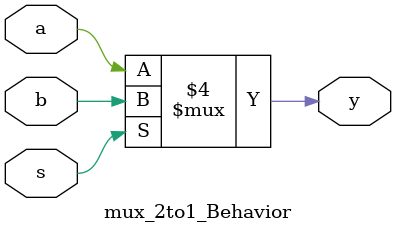
<source format=v>
module mux_2to1_Behavior (a, b, s, y);
    input a, b, s;
    output reg y;

    always @(*) begin
        if (s==0)
        begin
            y = a;
        end
        else
        begin
            y = b;
        end
    end
endmodule

</source>
